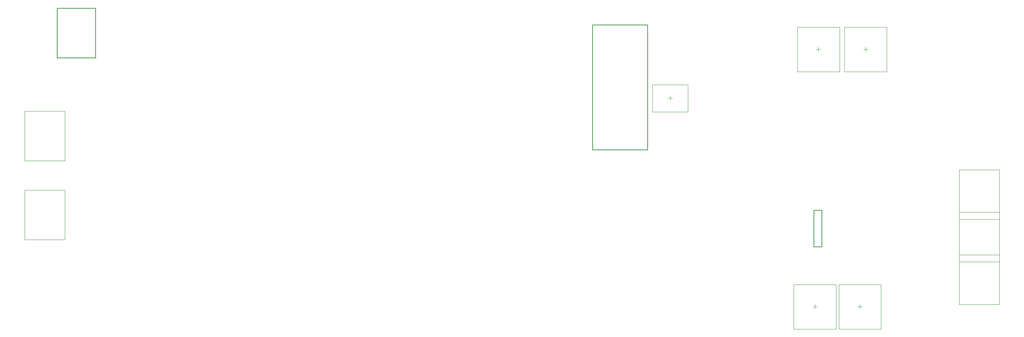
<source format=gbr>
%TF.GenerationSoftware,Altium Limited,Altium Designer,24.3.1 (35)*%
G04 Layer_Color=16711935*
%FSLAX43Y43*%
%MOMM*%
%TF.SameCoordinates,2EF1D394-34E5-4190-8ABA-250447B0B6E5*%
%TF.FilePolarity,Positive*%
%TF.FileFunction,Other,Top_Courtyard*%
%TF.Part,Single*%
G01*
G75*
%TA.AperFunction,NonConductor*%
%ADD88C,0.200*%
%ADD138C,0.050*%
D88*
X8000Y67125D02*
Y78725D01*
X17000D01*
Y67125D02*
Y78725D01*
X8000Y67125D02*
X17000D01*
X146050Y45625D02*
Y74825D01*
X133150Y45625D02*
X146050D01*
X133150D02*
Y74825D01*
X146050D01*
X184850Y31425D02*
X186750D01*
X184850Y22875D02*
Y31425D01*
Y22875D02*
X186750D01*
Y31425D01*
D138*
X196450Y69100D02*
X197450D01*
X196950Y68600D02*
Y69600D01*
X201900Y63900D02*
Y74300D01*
X192000Y63900D02*
X201900D01*
X192000D02*
Y74300D01*
X201900D01*
X180950Y63900D02*
X190850D01*
Y74300D01*
X180950D02*
X190850D01*
X180950Y63900D02*
Y74300D01*
X185900Y68600D02*
Y69600D01*
X185400Y69100D02*
X186400D01*
X218841Y9450D02*
Y21050D01*
X228241D01*
Y9450D02*
Y21050D01*
X218841Y9450D02*
X228241D01*
X184600Y8925D02*
X185600D01*
X185100Y8425D02*
Y9425D01*
X190050Y3725D02*
Y14125D01*
X180150Y3725D02*
X190050D01*
X180150D02*
Y14125D01*
X190050D01*
X195125Y8925D02*
X196125D01*
X195625Y8425D02*
Y9425D01*
X190675Y3725D02*
Y14125D01*
X200575D01*
Y3725D02*
Y14125D01*
X190675Y3725D02*
X200575D01*
X350Y54625D02*
X9750D01*
X350Y43025D02*
Y54625D01*
Y43025D02*
X9750D01*
Y54625D01*
X375Y36175D02*
X9775D01*
X375Y24575D02*
Y36175D01*
Y24575D02*
X9775D01*
Y36175D01*
X155430Y54500D02*
Y60850D01*
X147070D02*
X155430D01*
X147070Y54500D02*
Y60850D01*
Y54500D02*
X155430D01*
X150750Y57675D02*
X151750D01*
X151250Y57175D02*
Y58175D01*
X218841Y19450D02*
X228241D01*
Y31050D01*
X218841D02*
X228241D01*
X218841Y19450D02*
Y31050D01*
Y29375D02*
X228241D01*
Y40975D01*
X218841D02*
X228241D01*
X218841Y29375D02*
Y40975D01*
%TF.MD5,f7e1450d3ea568c04d2e2270f3c1d412*%
M02*

</source>
